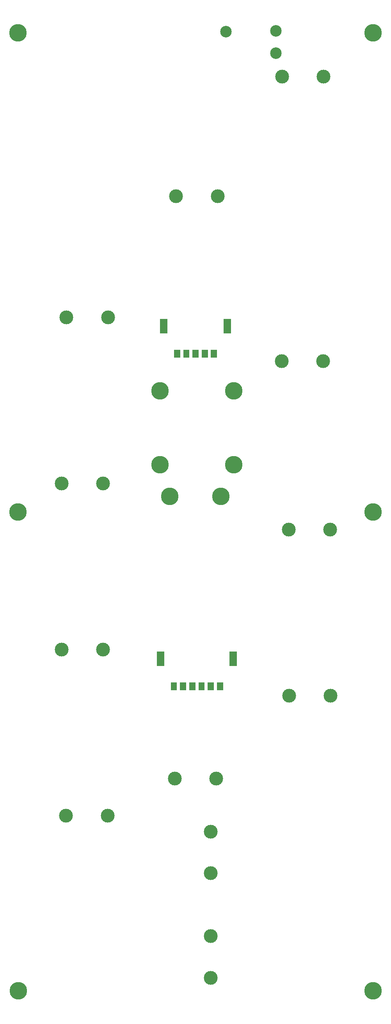
<source format=gbs>
%TF.GenerationSoftware,KiCad,Pcbnew,9.0.1*%
%TF.CreationDate,2025-04-26T11:37:52-07:00*%
%TF.ProjectId,Stationary_X_Panel,53746174-696f-46e6-9172-795f585f5061,1.6*%
%TF.SameCoordinates,Original*%
%TF.FileFunction,Soldermask,Bot*%
%TF.FilePolarity,Negative*%
%FSLAX46Y46*%
G04 Gerber Fmt 4.6, Leading zero omitted, Abs format (unit mm)*
G04 Created by KiCad (PCBNEW 9.0.1) date 2025-04-26 11:37:52*
%MOMM*%
%LPD*%
G01*
G04 APERTURE LIST*
%ADD10C,0.010000*%
%ADD11C,2.600000*%
%ADD12C,3.800000*%
%ADD13C,3.000000*%
%ADD14C,2.500000*%
G04 APERTURE END LIST*
D10*
%TO.C,J3*%
X64556200Y-89001200D02*
X63053800Y-89001200D01*
X63053800Y-85948800D01*
X64556200Y-85948800D01*
X64556200Y-89001200D01*
G36*
X64556200Y-89001200D02*
G01*
X63053800Y-89001200D01*
X63053800Y-85948800D01*
X64556200Y-85948800D01*
X64556200Y-89001200D01*
G37*
X67326200Y-94251200D02*
X66073800Y-94251200D01*
X66073800Y-92648800D01*
X67326200Y-92648800D01*
X67326200Y-94251200D01*
G36*
X67326200Y-94251200D02*
G01*
X66073800Y-94251200D01*
X66073800Y-92648800D01*
X67326200Y-92648800D01*
X67326200Y-94251200D01*
G37*
X69326200Y-94251200D02*
X68073800Y-94251200D01*
X68073800Y-92648800D01*
X69326200Y-92648800D01*
X69326200Y-94251200D01*
G36*
X69326200Y-94251200D02*
G01*
X68073800Y-94251200D01*
X68073800Y-92648800D01*
X69326200Y-92648800D01*
X69326200Y-94251200D01*
G37*
X71326200Y-94251200D02*
X70073800Y-94251200D01*
X70073800Y-92648800D01*
X71326200Y-92648800D01*
X71326200Y-94251200D01*
G36*
X71326200Y-94251200D02*
G01*
X70073800Y-94251200D01*
X70073800Y-92648800D01*
X71326200Y-92648800D01*
X71326200Y-94251200D01*
G37*
X73326200Y-94251200D02*
X72073800Y-94251200D01*
X72073800Y-92648800D01*
X73326200Y-92648800D01*
X73326200Y-94251200D01*
G36*
X73326200Y-94251200D02*
G01*
X72073800Y-94251200D01*
X72073800Y-92648800D01*
X73326200Y-92648800D01*
X73326200Y-94251200D01*
G37*
X75326200Y-94251200D02*
X74073800Y-94251200D01*
X74073800Y-92648800D01*
X75326200Y-92648800D01*
X75326200Y-94251200D01*
G36*
X75326200Y-94251200D02*
G01*
X74073800Y-94251200D01*
X74073800Y-92648800D01*
X75326200Y-92648800D01*
X75326200Y-94251200D01*
G37*
X78346200Y-89001200D02*
X76843800Y-89001200D01*
X76843800Y-85948800D01*
X78346200Y-85948800D01*
X78346200Y-89001200D01*
G36*
X78346200Y-89001200D02*
G01*
X76843800Y-89001200D01*
X76843800Y-85948800D01*
X78346200Y-85948800D01*
X78346200Y-89001200D01*
G37*
%TO.C,J1*%
X63856200Y-161051200D02*
X62353800Y-161051200D01*
X62353800Y-157998800D01*
X63856200Y-157998800D01*
X63856200Y-161051200D01*
G36*
X63856200Y-161051200D02*
G01*
X62353800Y-161051200D01*
X62353800Y-157998800D01*
X63856200Y-157998800D01*
X63856200Y-161051200D01*
G37*
X66626200Y-166301200D02*
X65373800Y-166301200D01*
X65373800Y-164698800D01*
X66626200Y-164698800D01*
X66626200Y-166301200D01*
G36*
X66626200Y-166301200D02*
G01*
X65373800Y-166301200D01*
X65373800Y-164698800D01*
X66626200Y-164698800D01*
X66626200Y-166301200D01*
G37*
X68626200Y-166301200D02*
X67373800Y-166301200D01*
X67373800Y-164698800D01*
X68626200Y-164698800D01*
X68626200Y-166301200D01*
G36*
X68626200Y-166301200D02*
G01*
X67373800Y-166301200D01*
X67373800Y-164698800D01*
X68626200Y-164698800D01*
X68626200Y-166301200D01*
G37*
X70626200Y-166301200D02*
X69373800Y-166301200D01*
X69373800Y-164698800D01*
X70626200Y-164698800D01*
X70626200Y-166301200D01*
G36*
X70626200Y-166301200D02*
G01*
X69373800Y-166301200D01*
X69373800Y-164698800D01*
X70626200Y-164698800D01*
X70626200Y-166301200D01*
G37*
X72626200Y-166301200D02*
X71373800Y-166301200D01*
X71373800Y-164698800D01*
X72626200Y-164698800D01*
X72626200Y-166301200D01*
G36*
X72626200Y-166301200D02*
G01*
X71373800Y-166301200D01*
X71373800Y-164698800D01*
X72626200Y-164698800D01*
X72626200Y-166301200D01*
G37*
X74626200Y-166301200D02*
X73373800Y-166301200D01*
X73373800Y-164698800D01*
X74626200Y-164698800D01*
X74626200Y-166301200D01*
G36*
X74626200Y-166301200D02*
G01*
X73373800Y-166301200D01*
X73373800Y-164698800D01*
X74626200Y-164698800D01*
X74626200Y-166301200D01*
G37*
X76626200Y-166301200D02*
X75373800Y-166301200D01*
X75373800Y-164698800D01*
X76626200Y-164698800D01*
X76626200Y-166301200D01*
G36*
X76626200Y-166301200D02*
G01*
X75373800Y-166301200D01*
X75373800Y-164698800D01*
X76626200Y-164698800D01*
X76626200Y-166301200D01*
G37*
X79646200Y-161051200D02*
X78143800Y-161051200D01*
X78143800Y-157998800D01*
X79646200Y-157998800D01*
X79646200Y-161051200D01*
G36*
X79646200Y-161051200D02*
G01*
X78143800Y-161051200D01*
X78143800Y-157998800D01*
X79646200Y-157998800D01*
X79646200Y-161051200D01*
G37*
%TD*%
D11*
%TO.C,H12*%
X109240000Y-127760000D03*
D12*
X109240000Y-127760000D03*
%TD*%
D13*
%TO.C,SC8*%
X98450000Y-95070000D03*
X89450000Y-95070000D03*
%TD*%
%TO.C,SC2*%
X51750000Y-85595000D03*
X42750000Y-85595000D03*
%TD*%
D11*
%TO.C,H8*%
X32260000Y-231510000D03*
D12*
X32260000Y-231510000D03*
%TD*%
D13*
%TO.C,SC1*%
X66525000Y-59345000D03*
X75525000Y-59345000D03*
%TD*%
%TO.C,SC12*%
X74080000Y-206030000D03*
X74080000Y-197030000D03*
%TD*%
%TO.C,SC11*%
X75240000Y-185520000D03*
X66240000Y-185520000D03*
%TD*%
%TO.C,SC9*%
X99970000Y-131590000D03*
X90970000Y-131590000D03*
%TD*%
D11*
%TO.C,H9*%
X32240000Y-127750000D03*
D12*
X32240000Y-127750000D03*
%TD*%
D11*
%TO.C,H3*%
X63000000Y-117500000D03*
D12*
X63000000Y-117500000D03*
%TD*%
D13*
%TO.C,SC7*%
X89500000Y-33500000D03*
X98500000Y-33500000D03*
%TD*%
D11*
%TO.C,H10*%
X32250000Y-24010000D03*
D12*
X32250000Y-24010000D03*
%TD*%
D11*
%TO.C,H2*%
X76265000Y-124425000D03*
D12*
X76265000Y-124425000D03*
%TD*%
D13*
%TO.C,SC6*%
X74080000Y-228670000D03*
X74080000Y-219670000D03*
%TD*%
D11*
%TO.C,H5*%
X63000000Y-101500000D03*
D12*
X63000000Y-101500000D03*
%TD*%
D13*
%TO.C,SC5*%
X51665000Y-193595000D03*
X42665000Y-193595000D03*
%TD*%
D11*
%TO.C,H7*%
X109240000Y-231500000D03*
D12*
X109240000Y-231500000D03*
%TD*%
D11*
%TO.C,H4*%
X79000000Y-117500000D03*
D12*
X79000000Y-117500000D03*
%TD*%
D11*
%TO.C,H11*%
X109260000Y-24000000D03*
D12*
X109260000Y-24000000D03*
%TD*%
D13*
%TO.C,SC4*%
X50665000Y-157595000D03*
X41665000Y-157595000D03*
%TD*%
%TO.C,SC3*%
X50680000Y-121595000D03*
X41680000Y-121595000D03*
%TD*%
%TO.C,SC10*%
X100020000Y-167610000D03*
X91020000Y-167610000D03*
%TD*%
D11*
%TO.C,H6*%
X79000000Y-101500000D03*
D12*
X79000000Y-101500000D03*
%TD*%
D11*
%TO.C,H1*%
X65165000Y-124425000D03*
D12*
X65165000Y-124425000D03*
%TD*%
D14*
%TO.C,TP1*%
X88165000Y-23595000D03*
%TD*%
%TO.C,TP3*%
X77365000Y-23695000D03*
%TD*%
%TO.C,TP2*%
X88165000Y-28345000D03*
%TD*%
M02*

</source>
